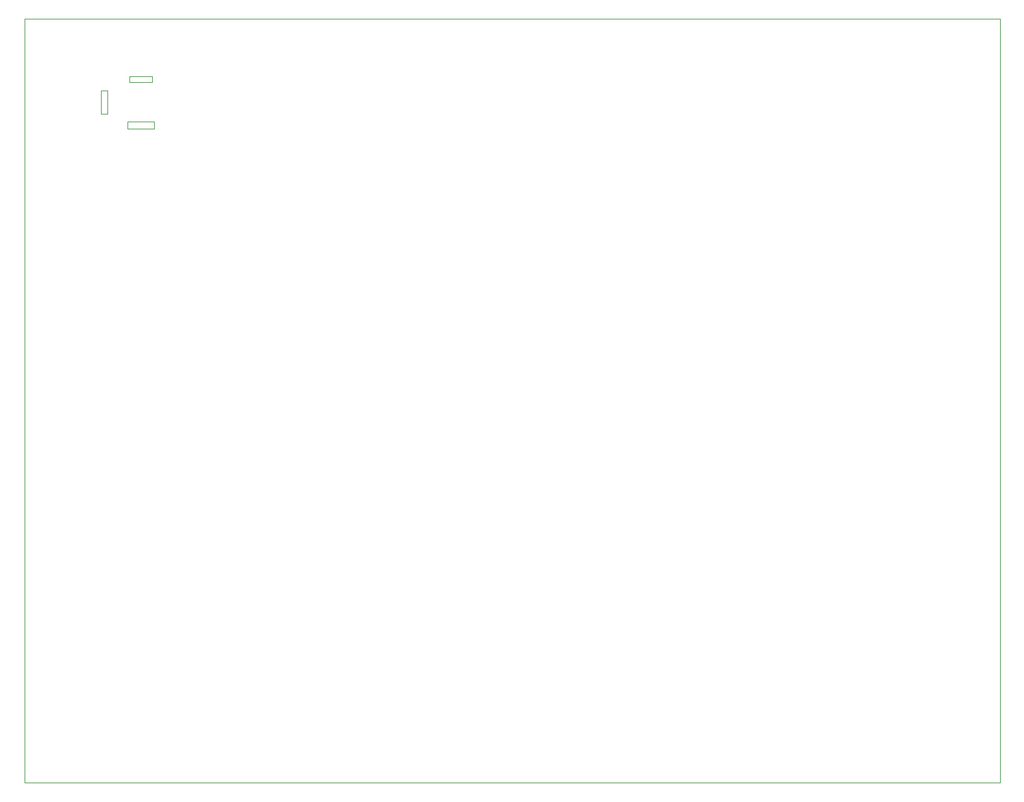
<source format=gko>
G75*
%MOIN*%
%OFA0B0*%
%FSLAX24Y24*%
%IPPOS*%
%LPD*%
%AMOC8*
5,1,8,0,0,1.08239X$1,22.5*
%
%ADD10C,0.0000*%
D10*
X000146Y000130D02*
X000146Y039500D01*
X050388Y039500D01*
X050388Y000130D01*
X000146Y000130D01*
X005457Y033831D02*
X005457Y034224D01*
X006835Y034224D01*
X006835Y033831D01*
X005457Y033831D01*
X004414Y034618D02*
X004099Y034618D01*
X004099Y035799D01*
X004414Y035799D01*
X004414Y034618D01*
X005556Y036232D02*
X005556Y036547D01*
X006737Y036547D01*
X006737Y036232D01*
X005556Y036232D01*
M02*

</source>
